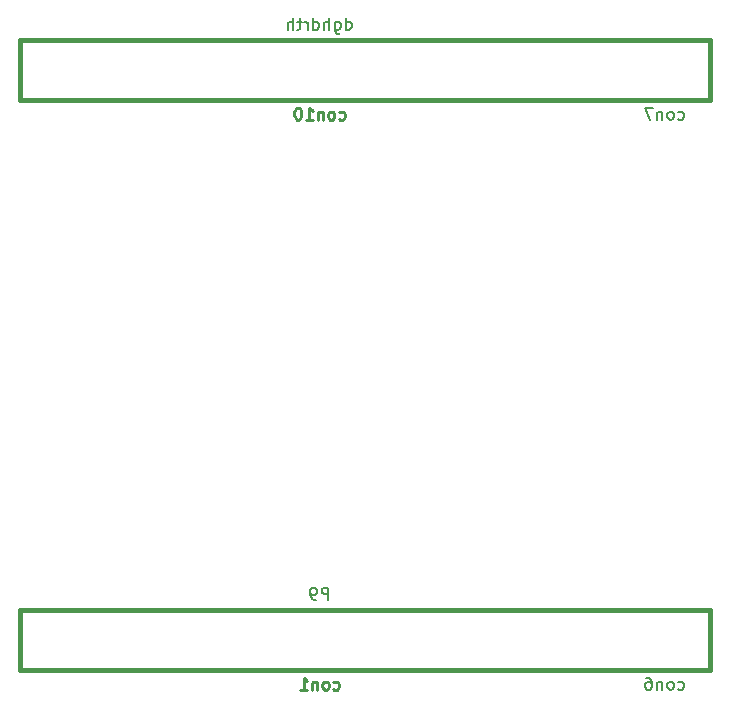
<source format=gbo>
G04 (created by PCBNEW-RS274X (2012-apr-16-27)-stable) date lun 12 may 2014 23:04:42 CEST*
G01*
G70*
G90*
%MOIN*%
G04 Gerber Fmt 3.4, Leading zero omitted, Abs format*
%FSLAX34Y34*%
G04 APERTURE LIST*
%ADD10C,0.000200*%
%ADD11C,0.015000*%
%ADD12C,0.008000*%
%ADD13C,0.010000*%
G04 APERTURE END LIST*
G54D10*
G54D11*
X100000Y-47500D02*
X80000Y-47500D01*
X80000Y-47500D02*
X80000Y-45500D01*
X80000Y-45500D02*
X100000Y-45500D01*
X100000Y-47500D02*
X103000Y-47500D01*
X103000Y-47500D02*
X103000Y-45500D01*
X103000Y-45500D02*
X100000Y-45500D01*
X100000Y-28500D02*
X80000Y-28500D01*
X80000Y-28500D02*
X80000Y-26500D01*
X80000Y-26500D02*
X100000Y-26500D01*
X103000Y-28500D02*
X103000Y-26500D01*
X103000Y-26500D02*
X100000Y-26500D01*
X103000Y-28500D02*
X100000Y-28500D01*
G54D12*
X103000Y-28500D02*
X103000Y-26500D01*
G54D13*
X90457Y-48143D02*
X90495Y-48162D01*
X90572Y-48162D01*
X90610Y-48143D01*
X90629Y-48124D01*
X90648Y-48086D01*
X90648Y-47971D01*
X90629Y-47933D01*
X90610Y-47914D01*
X90572Y-47895D01*
X90495Y-47895D01*
X90457Y-47914D01*
X90229Y-48162D02*
X90267Y-48143D01*
X90286Y-48124D01*
X90305Y-48086D01*
X90305Y-47971D01*
X90286Y-47933D01*
X90267Y-47914D01*
X90229Y-47895D01*
X90171Y-47895D01*
X90133Y-47914D01*
X90114Y-47933D01*
X90095Y-47971D01*
X90095Y-48086D01*
X90114Y-48124D01*
X90133Y-48143D01*
X90171Y-48162D01*
X90229Y-48162D01*
X89924Y-47895D02*
X89924Y-48162D01*
X89924Y-47933D02*
X89905Y-47914D01*
X89867Y-47895D01*
X89809Y-47895D01*
X89771Y-47914D01*
X89752Y-47952D01*
X89752Y-48162D01*
X89352Y-48162D02*
X89581Y-48162D01*
X89467Y-48162D02*
X89467Y-47762D01*
X89505Y-47819D01*
X89543Y-47857D01*
X89581Y-47876D01*
G54D12*
X90295Y-45162D02*
X90295Y-44762D01*
X90142Y-44762D01*
X90104Y-44781D01*
X90085Y-44800D01*
X90066Y-44838D01*
X90066Y-44895D01*
X90085Y-44933D01*
X90104Y-44952D01*
X90142Y-44971D01*
X90295Y-44971D01*
X89876Y-45162D02*
X89800Y-45162D01*
X89761Y-45143D01*
X89742Y-45124D01*
X89704Y-45067D01*
X89685Y-44990D01*
X89685Y-44838D01*
X89704Y-44800D01*
X89723Y-44781D01*
X89761Y-44762D01*
X89838Y-44762D01*
X89876Y-44781D01*
X89895Y-44800D01*
X89914Y-44838D01*
X89914Y-44933D01*
X89895Y-44971D01*
X89876Y-44990D01*
X89838Y-45010D01*
X89761Y-45010D01*
X89723Y-44990D01*
X89704Y-44971D01*
X89685Y-44933D01*
X101957Y-48143D02*
X101995Y-48162D01*
X102072Y-48162D01*
X102110Y-48143D01*
X102129Y-48124D01*
X102148Y-48086D01*
X102148Y-47971D01*
X102129Y-47933D01*
X102110Y-47914D01*
X102072Y-47895D01*
X101995Y-47895D01*
X101957Y-47914D01*
X101729Y-48162D02*
X101767Y-48143D01*
X101786Y-48124D01*
X101805Y-48086D01*
X101805Y-47971D01*
X101786Y-47933D01*
X101767Y-47914D01*
X101729Y-47895D01*
X101671Y-47895D01*
X101633Y-47914D01*
X101614Y-47933D01*
X101595Y-47971D01*
X101595Y-48086D01*
X101614Y-48124D01*
X101633Y-48143D01*
X101671Y-48162D01*
X101729Y-48162D01*
X101424Y-47895D02*
X101424Y-48162D01*
X101424Y-47933D02*
X101405Y-47914D01*
X101367Y-47895D01*
X101309Y-47895D01*
X101271Y-47914D01*
X101252Y-47952D01*
X101252Y-48162D01*
X100890Y-47762D02*
X100967Y-47762D01*
X101005Y-47781D01*
X101024Y-47800D01*
X101062Y-47857D01*
X101081Y-47933D01*
X101081Y-48086D01*
X101062Y-48124D01*
X101043Y-48143D01*
X101005Y-48162D01*
X100928Y-48162D01*
X100890Y-48143D01*
X100871Y-48124D01*
X100852Y-48086D01*
X100852Y-47990D01*
X100871Y-47952D01*
X100890Y-47933D01*
X100928Y-47914D01*
X101005Y-47914D01*
X101043Y-47933D01*
X101062Y-47952D01*
X101081Y-47990D01*
G54D13*
X90647Y-29143D02*
X90685Y-29162D01*
X90762Y-29162D01*
X90800Y-29143D01*
X90819Y-29124D01*
X90838Y-29086D01*
X90838Y-28971D01*
X90819Y-28933D01*
X90800Y-28914D01*
X90762Y-28895D01*
X90685Y-28895D01*
X90647Y-28914D01*
X90419Y-29162D02*
X90457Y-29143D01*
X90476Y-29124D01*
X90495Y-29086D01*
X90495Y-28971D01*
X90476Y-28933D01*
X90457Y-28914D01*
X90419Y-28895D01*
X90361Y-28895D01*
X90323Y-28914D01*
X90304Y-28933D01*
X90285Y-28971D01*
X90285Y-29086D01*
X90304Y-29124D01*
X90323Y-29143D01*
X90361Y-29162D01*
X90419Y-29162D01*
X90114Y-28895D02*
X90114Y-29162D01*
X90114Y-28933D02*
X90095Y-28914D01*
X90057Y-28895D01*
X89999Y-28895D01*
X89961Y-28914D01*
X89942Y-28952D01*
X89942Y-29162D01*
X89542Y-29162D02*
X89771Y-29162D01*
X89657Y-29162D02*
X89657Y-28762D01*
X89695Y-28819D01*
X89733Y-28857D01*
X89771Y-28876D01*
X89295Y-28762D02*
X89256Y-28762D01*
X89218Y-28781D01*
X89199Y-28800D01*
X89180Y-28838D01*
X89161Y-28914D01*
X89161Y-29010D01*
X89180Y-29086D01*
X89199Y-29124D01*
X89218Y-29143D01*
X89256Y-29162D01*
X89295Y-29162D01*
X89333Y-29143D01*
X89352Y-29124D01*
X89371Y-29086D01*
X89390Y-29010D01*
X89390Y-28914D01*
X89371Y-28838D01*
X89352Y-28800D01*
X89333Y-28781D01*
X89295Y-28762D01*
G54D12*
X90876Y-26162D02*
X90876Y-25762D01*
X90876Y-26143D02*
X90914Y-26162D01*
X90991Y-26162D01*
X91029Y-26143D01*
X91048Y-26124D01*
X91067Y-26086D01*
X91067Y-25971D01*
X91048Y-25933D01*
X91029Y-25914D01*
X90991Y-25895D01*
X90914Y-25895D01*
X90876Y-25914D01*
X90514Y-25895D02*
X90514Y-26219D01*
X90533Y-26257D01*
X90552Y-26276D01*
X90591Y-26295D01*
X90648Y-26295D01*
X90686Y-26276D01*
X90514Y-26143D02*
X90552Y-26162D01*
X90629Y-26162D01*
X90667Y-26143D01*
X90686Y-26124D01*
X90705Y-26086D01*
X90705Y-25971D01*
X90686Y-25933D01*
X90667Y-25914D01*
X90629Y-25895D01*
X90552Y-25895D01*
X90514Y-25914D01*
X90324Y-26162D02*
X90324Y-25762D01*
X90152Y-26162D02*
X90152Y-25952D01*
X90171Y-25914D01*
X90209Y-25895D01*
X90267Y-25895D01*
X90305Y-25914D01*
X90324Y-25933D01*
X89790Y-26162D02*
X89790Y-25762D01*
X89790Y-26143D02*
X89828Y-26162D01*
X89905Y-26162D01*
X89943Y-26143D01*
X89962Y-26124D01*
X89981Y-26086D01*
X89981Y-25971D01*
X89962Y-25933D01*
X89943Y-25914D01*
X89905Y-25895D01*
X89828Y-25895D01*
X89790Y-25914D01*
X89600Y-26162D02*
X89600Y-25895D01*
X89600Y-25971D02*
X89581Y-25933D01*
X89562Y-25914D01*
X89524Y-25895D01*
X89485Y-25895D01*
X89409Y-25895D02*
X89257Y-25895D01*
X89352Y-25762D02*
X89352Y-26105D01*
X89333Y-26143D01*
X89295Y-26162D01*
X89257Y-26162D01*
X89123Y-26162D02*
X89123Y-25762D01*
X88951Y-26162D02*
X88951Y-25952D01*
X88970Y-25914D01*
X89008Y-25895D01*
X89066Y-25895D01*
X89104Y-25914D01*
X89123Y-25933D01*
X101957Y-29143D02*
X101995Y-29162D01*
X102072Y-29162D01*
X102110Y-29143D01*
X102129Y-29124D01*
X102148Y-29086D01*
X102148Y-28971D01*
X102129Y-28933D01*
X102110Y-28914D01*
X102072Y-28895D01*
X101995Y-28895D01*
X101957Y-28914D01*
X101729Y-29162D02*
X101767Y-29143D01*
X101786Y-29124D01*
X101805Y-29086D01*
X101805Y-28971D01*
X101786Y-28933D01*
X101767Y-28914D01*
X101729Y-28895D01*
X101671Y-28895D01*
X101633Y-28914D01*
X101614Y-28933D01*
X101595Y-28971D01*
X101595Y-29086D01*
X101614Y-29124D01*
X101633Y-29143D01*
X101671Y-29162D01*
X101729Y-29162D01*
X101424Y-28895D02*
X101424Y-29162D01*
X101424Y-28933D02*
X101405Y-28914D01*
X101367Y-28895D01*
X101309Y-28895D01*
X101271Y-28914D01*
X101252Y-28952D01*
X101252Y-29162D01*
X101100Y-28762D02*
X100833Y-28762D01*
X101005Y-29162D01*
M02*

</source>
